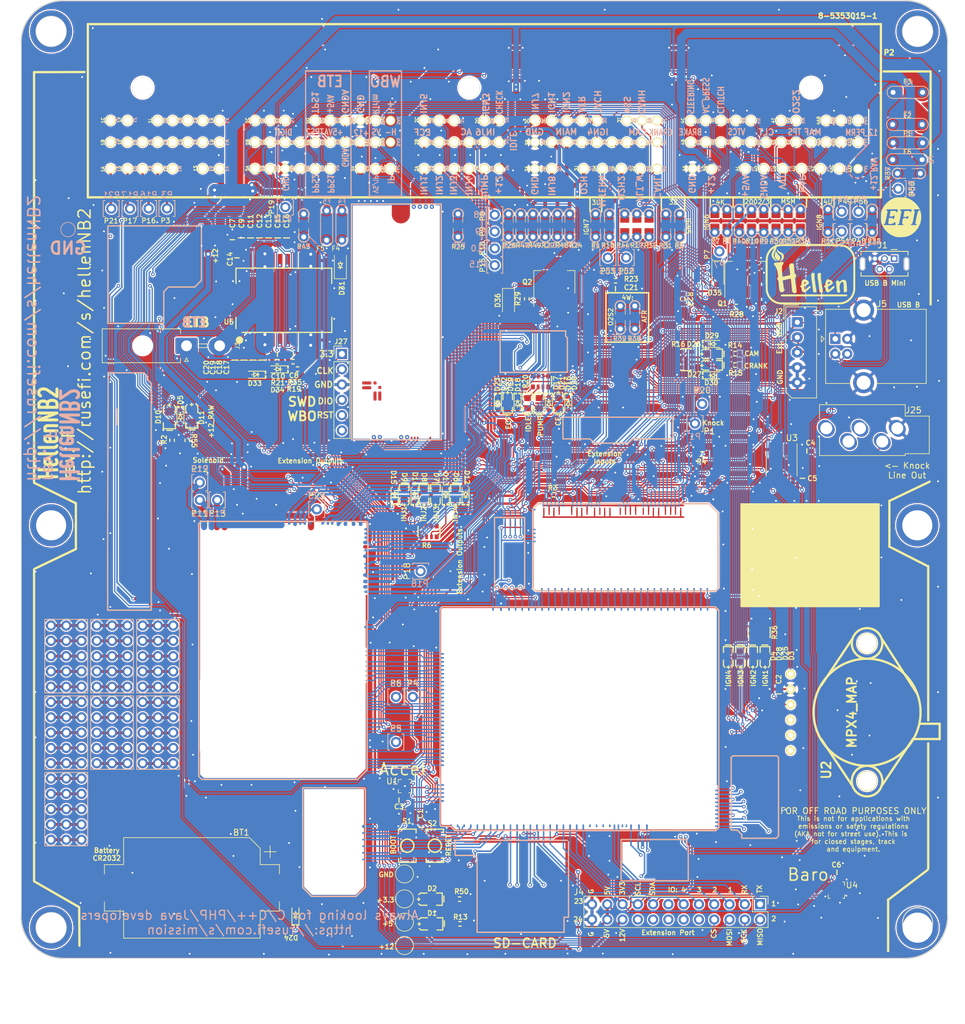
<source format=kicad_pcb>
(kicad_pcb (version 20211014) (generator pcbnew)

  (general
    (thickness 1.6)
  )

  (paper "A")
  (title_block
    (title "Hellen72_NB2")
    (date "2020-08-21")
    (rev "b")
  )

  (layers
    (0 "F.Cu" signal)
    (31 "B.Cu" signal)
    (32 "B.Adhes" user "B.Adhesive")
    (33 "F.Adhes" user "F.Adhesive")
    (34 "B.Paste" user)
    (35 "F.Paste" user)
    (36 "B.SilkS" user "B.Silkscreen")
    (37 "F.SilkS" user "F.Silkscreen")
    (38 "B.Mask" user)
    (39 "F.Mask" user)
    (40 "Dwgs.User" user "User.Drawings")
    (41 "Cmts.User" user "User.Comments")
    (42 "Eco1.User" user "User.Eco1")
    (43 "Eco2.User" user "User.Eco2")
    (44 "Edge.Cuts" user)
    (45 "Margin" user)
    (46 "B.CrtYd" user "B.Courtyard")
    (47 "F.CrtYd" user "F.Courtyard")
    (48 "B.Fab" user)
    (49 "F.Fab" user)
  )

  (setup
    (stackup
      (layer "F.SilkS" (type "Top Silk Screen"))
      (layer "F.Paste" (type "Top Solder Paste"))
      (layer "F.Mask" (type "Top Solder Mask") (color "Green") (thickness 0.01))
      (layer "F.Cu" (type "copper") (thickness 0.035))
      (layer "dielectric 1" (type "core") (thickness 1.51) (material "FR4") (epsilon_r 4.5) (loss_tangent 0.02))
      (layer "B.Cu" (type "copper") (thickness 0.035))
      (layer "B.Mask" (type "Bottom Solder Mask") (color "Green") (thickness 0.01))
      (layer "B.Paste" (type "Bottom Solder Paste"))
      (layer "B.SilkS" (type "Bottom Silk Screen"))
      (copper_finish "None")
      (dielectric_constraints no)
    )
    (pad_to_mask_clearance 0)
    (aux_axis_origin 21.09832 170.70534)
    (pcbplotparams
      (layerselection 0x00310f8_ffffffff)
      (disableapertmacros true)
      (usegerberextensions true)
      (usegerberattributes false)
      (usegerberadvancedattributes true)
      (creategerberjobfile false)
      (svguseinch false)
      (svgprecision 6)
      (excludeedgelayer true)
      (plotframeref false)
      (viasonmask false)
      (mode 1)
      (useauxorigin true)
      (hpglpennumber 1)
      (hpglpenspeed 20)
      (hpglpendiameter 15.000000)
      (dxfpolygonmode true)
      (dxfimperialunits true)
      (dxfusepcbnewfont true)
      (psnegative false)
      (psa4output false)
      (plotreference true)
      (plotvalue false)
      (plotinvisibletext false)
      (sketchpadsonfab false)
      (subtractmaskfromsilk false)
      (outputformat 1)
      (mirror false)
      (drillshape 0)
      (scaleselection 1)
      (outputdirectory "gerber/")
    )
  )

  (net 0 "")
  (net 1 "GND")
  (net 2 "/IN_CRANK")
  (net 3 "+12V")
  (net 4 "Net-(D1-Pad2)")
  (net 5 "/IN_VIGN")
  (net 6 "/OUT_INJ7")
  (net 7 "/OUT_INJ6")
  (net 8 "/OUT_INJ5")
  (net 9 "/4AF")
  (net 10 "Net-(D2-Pad2)")
  (net 11 "GNDA")
  (net 12 "unconnected-(J17-Pad1)")
  (net 13 "/IN_AC_PRESSURE")
  (net 14 "/IN_VTCS")
  (net 15 "Net-(D3-Pad2)")
  (net 16 "Net-(D4-Pad2)")
  (net 17 "/CANIST")
  (net 18 "/NRESET")
  (net 19 "unconnected-(J1-Pad4)")
  (net 20 "Net-(D12-Pad1)")
  (net 21 "/VBUS")
  (net 22 "/SD_MISO")
  (net 23 "/SD_SCK")
  (net 24 "/SD_MOSI")
  (net 25 "/SD_CS")
  (net 26 "unconnected-(J4-Pad18)")
  (net 27 "Net-(D13-Pad1)")
  (net 28 "unconnected-(J4-Pad16)")
  (net 29 "Net-(D14-Pad1)")
  (net 30 "unconnected-(J4-Pad14)")
  (net 31 "unconnected-(J4-Pad13)")
  (net 32 "unconnected-(J4-Pad12)")
  (net 33 "Net-(D15-Pad1)")
  (net 34 "/EXT_IO4")
  (net 35 "unconnected-(J4-Pad10)")
  (net 36 "/EXT_IO3")
  (net 37 "/EXT_SPI_CS2")
  (net 38 "/EXT_IO2")
  (net 39 "/EXT_SPI_MOSI")
  (net 40 "/EXT_IO1")
  (net 41 "/EXT_SPI_SCK")
  (net 42 "/UART_EXT_TX")
  (net 43 "/EXT_SPI_MISO")
  (net 44 "/UART_EXT_RX")
  (net 45 "Net-(D11-Pad2)")
  (net 46 "Net-(D16-Pad1)")
  (net 47 "Net-(D17-Pad1)")
  (net 48 "+5VA")
  (net 49 "Net-(D19-Pad1)")
  (net 50 "/EXT_I2C_SDA")
  (net 51 "/EXT_I2C_SCL")
  (net 52 "/PPS")
  (net 53 "Net-(D25-Pad2)")
  (net 54 "/RES3")
  (net 55 "/CAM")
  (net 56 "/INJ3")
  (net 57 "/INJ4")
  (net 58 "/SENS3")
  (net 59 "/SENS1")
  (net 60 "/IN_SENS2")
  (net 61 "/IN_SENS3")
  (net 62 "/IN_KNOCK")
  (net 63 "/IN_TPS")
  (net 64 "unconnected-(M1-PadS14)")
  (net 65 "/IN_RES3")
  (net 66 "/IN_PPS")
  (net 67 "/MAIN")
  (net 68 "/LOW7_HIGH1")
  (net 69 "/O2H")
  (net 70 "/IN_TPS2")
  (net 71 "/VREF2")
  (net 72 "/O2H2")
  (net 73 "/ALTERN")
  (net 74 "/INJ5")
  (net 75 "/ETB_EN")
  (net 76 "/IN_VSS")
  (net 77 "/+ETB")
  (net 78 "/SOLENOID_B2")
  (net 79 "/IDLE")
  (net 80 "/IO4")
  (net 81 "/INJ7")
  (net 82 "/IO12")
  (net 83 "/IO13")
  (net 84 "/INJ1")
  (net 85 "/INJ2")
  (net 86 "/TACH")
  (net 87 "/CRANK")
  (net 88 "/VSS")
  (net 89 "Net-(D28-Pad2)")
  (net 90 "unconnected-(M3-PadN4)")
  (net 91 "unconnected-(M3-PadN5)")
  (net 92 "/CLT")
  (net 93 "/IAT")
  (net 94 "/MAP2")
  (net 95 "/USB+")
  (net 96 "/USB-")
  (net 97 "/OUT_SOLENOID_A1")
  (net 98 "/OUT_SOLENOID_A2")
  (net 99 "/OUT_SOLENOID_B1")
  (net 100 "/OUT_SOLENOID_B2")
  (net 101 "+12V_PROT")
  (net 102 "/OUT_HIGH2")
  (net 103 "/OUT_CANIST")
  (net 104 "unconnected-(M1-PadE4)")
  (net 105 "unconnected-(M1-PadE3)")
  (net 106 "+5V")
  (net 107 "/OUT_HIGH1")
  (net 108 "/IGN1")
  (net 109 "/IGN2")
  (net 110 "/IGN3")
  (net 111 "/IGN4")
  (net 112 "/IGN5")
  (net 113 "/IGN6")
  (net 114 "/IGN7")
  (net 115 "/IGN8")
  (net 116 "/OUT_LOW7_PULLUP")
  (net 117 "/OUT_IGN3")
  (net 118 "/OUT_IGN4")
  (net 119 "/OUT_IGN5")
  (net 120 "/OUT_IGN6")
  (net 121 "/OUT_IGN7")
  (net 122 "/OUT_IGN8")
  (net 123 "Net-(M5-PadW6)")
  (net 124 "unconnected-(J27-Pad6)")
  (net 125 "unconnected-(M12-PadJ1)")
  (net 126 "unconnected-(M12-PadJ_GND1)")
  (net 127 "/VIGN")
  (net 128 "/D4")
  (net 129 "/D3")
  (net 130 "unconnected-(M3-PadN32)")
  (net 131 "/BOOT0")
  (net 132 "/IN_KNOCK_RAW")
  (net 133 "/WBO_Vs")
  (net 134 "/WBO_Vs{slash}Ip")
  (net 135 "/WBO_Ip")
  (net 136 "/WBO_R_Trim")
  (net 137 "/OUT_IGN1")
  (net 138 "/OUT_IGN2")
  (net 139 "/VBAT")
  (net 140 "+3V3")
  (net 141 "/OUT_INJ2")
  (net 142 "/OUT_INJ1")
  (net 143 "unconnected-(M3-PadN11)")
  (net 144 "unconnected-(M3-PadN10)")
  (net 145 "unconnected-(M3-PadN9)")
  (net 146 "unconnected-(M3-PadN8)")
  (net 147 "/OUT_IDLE")
  (net 148 "/CAN_TX")
  (net 149 "/CAN_RX")
  (net 150 "/CAN_VIO")
  (net 151 "/IN_CAM")
  (net 152 "/CE")
  (net 153 "/TPS2")
  (net 154 "/IN_CLT")
  (net 155 "/IN_IAT")
  (net 156 "/IN_CLUTCH")
  (net 157 "/-ETB")
  (net 158 "/PUMP")
  (net 159 "/IN_D4")
  (net 160 "/OUT_MAIN_RELAY")
  (net 161 "/OUT_INJ4")
  (net 162 "/OUT_TACH")
  (net 163 "/OUT_INJ3")
  (net 164 "Net-(D18-Pad1)")
  (net 165 "/CLUTCH")
  (net 166 "/MAP3")
  (net 167 "/TPS")
  (net 168 "/SENS4")
  (net 169 "/KNOCK")
  (net 170 "/SENS2")
  (net 171 "unconnected-(U1-Pad5)")
  (net 172 "/IN_MAP3")
  (net 173 "unconnected-(U2-Pad6)")
  (net 174 "unconnected-(U2-Pad5)")
  (net 175 "unconnected-(U2-Pad4)")
  (net 176 "/AC_SW")
  (net 177 "unconnected-(J11-Pad1)")
  (net 178 "unconnected-(J13-Pad1)")
  (net 179 "unconnected-(J14-Pad1)")
  (net 180 "unconnected-(J15-Pad1)")
  (net 181 "unconnected-(J16-Pad1)")
  (net 182 "+5V_IGN")
  (net 183 "+3V3_IGN")
  (net 184 "+12V_RAW")
  (net 185 "+12V_PERM")
  (net 186 "/CAN-")
  (net 187 "/CAN+")
  (net 188 "Net-(D26-Pad2)")
  (net 189 "Net-(D26-Pad1)")
  (net 190 "Net-(D27-Pad2)")
  (net 191 "Net-(D27-Pad1)")
  (net 192 "unconnected-(M1-PadJ17)")
  (net 193 "unconnected-(R16-Pad5)")
  (net 194 "unconnected-(R16-Pad4)")
  (net 195 "unconnected-(R16-Pad8)")
  (net 196 "unconnected-(R16-Pad1)")
  (net 197 "Net-(D10-Pad2)")
  (net 198 "unconnected-(M5-PadW36)")
  (net 199 "/OUT_ECF_RELAY")
  (net 200 "/3S")
  (net 201 "/4K")
  (net 202 "/3H")
  (net 203 "/3J")
  (net 204 "/OUT_PUMP_RELAY")
  (net 205 "/3X")
  (net 206 "/3Z")
  (net 207 "Net-(G4-Pad10)")
  (net 208 "Net-(G4-Pad14)")
  (net 209 "Net-(G4-Pad13)")
  (net 210 "Net-(G4-Pad12)")
  (net 211 "/2C")
  (net 212 "Net-(G5-Pad10)")
  (net 213 "Net-(G5-Pad14)")
  (net 214 "Net-(G5-Pad13)")
  (net 215 "Net-(G5-Pad12)")
  (net 216 "Net-(G5-Pad1)")
  (net 217 "Net-(G6-Pad10)")
  (net 218 "Net-(G6-Pad14)")
  (net 219 "Net-(G6-Pad13)")
  (net 220 "Net-(G6-Pad12)")
  (net 221 "Net-(G6-Pad1)")
  (net 222 "Net-(G7-Pad10)")
  (net 223 "Net-(G7-Pad14)")
  (net 224 "Net-(G7-Pad13)")
  (net 225 "Net-(G7-Pad12)")
  (net 226 "Net-(G7-Pad1)")
  (net 227 "unconnected-(M5-PadS10)")
  (net 228 "/AC_RELAY")
  (net 229 "unconnected-(M5-PadW35)")
  (net 230 "Net-(C4-Pad2)")
  (net 231 "Net-(C4-Pad1)")
  (net 232 "unconnected-(J25-PadR)")
  (net 233 "Net-(U3-Pad6)")
  (net 234 "Net-(BT1-Pad1)")
  (net 235 "unconnected-(J25-PadRN)")
  (net 236 "unconnected-(J25-PadTN)")
  (net 237 "unconnected-(U4-Pad7)")
  (net 238 "Net-(J27-Pad1)")
  (net 239 "Net-(J27-Pad2)")
  (net 240 "Net-(J27-Pad4)")
  (net 241 "Net-(J27-Pad5)")
  (net 242 "unconnected-(U1-Pad12)")
  (net 243 "unconnected-(U1-Pad11)")
  (net 244 "Net-(M3-PadN25)")
  (net 245 "Net-(M3-PadN26)")
  (net 246 "Net-(M3-PadN27)")
  (net 247 "/OUT_AC_RELAY")
  (net 248 "Net-(G4-Pad1)")
  (net 249 "unconnected-(M1-PadJ14)")
  (net 250 "/OUT_CHECK_ENGINE")
  (net 251 "Net-(M12-PadW2)")
  (net 252 "Net-(M12-PadW4)")
  (net 253 "unconnected-(M12-PadJ2)")
  (net 254 "unconnected-(M12-PadJ_GND2)")
  (net 255 "unconnected-(M12-PadJ_VCC1)")
  (net 256 "unconnected-(M12-PadJ_VCC2)")
  (net 257 "Net-(M12-PadW3)")
  (net 258 "/2F")
  (net 259 "/IN_O2S2")
  (net 260 "/IN_NEUTRAL")
  (net 261 "/IN_EGR_BOOST")
  (net 262 "/IN_BRAKE")
  (net 263 "/IN_AFR")
  (net 264 "/IN_STEERING")
  (net 265 "/OUT_O2H")
  (net 266 "/OUT_ALT_WARNING")
  (net 267 "/OUT_O2H2")
  (net 268 "/OUT_ALTERNATOR")
  (net 269 "/2I")
  (net 270 "/3C")
  (net 271 "/2N")
  (net 272 "/4AB")
  (net 273 "/4AE")
  (net 274 "/3U")
  (net 275 "/3W")
  (net 276 "/3D")
  (net 277 "/2E")
  (net 278 "unconnected-(M1-PadJ10)")
  (net 279 "/OUT_VVT")
  (net 280 "/STEERING")
  (net 281 "/AFR")
  (net 282 "/BRAKE")
  (net 283 "/EGR_BOOST")
  (net 284 "/PRESSURE")
  (net 285 "/IN_O2S3")
  (net 286 "/DIGITAL")
  (net 287 "/IN_DIGITAL")
  (net 288 "/2H")
  (net 289 "Net-(C8-Pad1)")
  (net 290 "Net-(C10-Pad1)")
  (net 291 "Net-(C10-Pad2)")
  (net 292 "Net-(C14-Pad2)")
  (net 293 "Net-(D33-Pad1)")
  (net 294 "/OUT_ETB+")
  (net 295 "/OUT_ETB-")
  (net 296 "+12V_ETB")
  (net 297 "Net-(G9-Pad12)")
  (net 298 "Net-(G9-Pad13)")
  (net 299 "Net-(G11-Pad1)")
  (net 300 "Net-(G11-Pad12)")
  (net 301 "Net-(G11-Pad13)")
  (net 302 "Net-(G11-Pad14)")
  (net 303 "Net-(G12-Pad12)")
  (net 304 "Net-(G12-Pad13)")
  (net 305 "Net-(G12-Pad14)")
  (net 306 "Net-(G12-Pad10)")
  (net 307 "Net-(G9-Pad10)")
  (net 308 "Net-(G9-Pad14)")
  (net 309 "Net-(G11-Pad10)")
  (net 310 "Net-(G12-Pad1)")
  (net 311 "Net-(G9-Pad1)")
  (net 312 "/VVT")
  (net 313 "/INJ6")
  (net 314 "/INJ8_BOOST")
  (net 315 "/EXT_SPI_CS")
  (net 316 "unconnected-(M5-PadS13)")
  (net 317 "/3Q")
  (net 318 "/4E")
  (net 319 "/4M")
  (net 320 "/4S")
  (net 321 "/4AD")
  (net 322 "/4Z")
  (net 323 "/4AC")
  (net 324 "/OUT_INJ8_BOOST")
  (net 325 "/5AE")
  (net 326 "/WBO_H-")
  (net 327 "unconnected-(P2-Pad1)")
  (net 328 "unconnected-(P2-Pad2)")
  (net 329 "unconnected-(P2-Pad3)")
  (net 330 "unconnected-(P2-Pad4)")
  (net 331 "unconnected-(P2-Pad5)")
  (net 332 "unconnected-(P2-Pad6)")
  (net 333 "unconnected-(P2-Pad7)")
  (net 334 "/5J")
  (net 335 "unconnected-(P2-Pad35)")
  (net 336 "Net-(P2-Pad39)")
  (net 337 "unconnected-(P2-Pad40)")
  (net 338 "unconnected-(P2-Pad41)")
  (net 339 "unconnected-(P2-Pad42)")
  (net 340 "unconnected-(P2-Pad43)")
  (net 341 "unconnected-(P2-Pad44)")
  (net 342 "unconnected-(P2-Pad45)")
  (net 343 "unconnected-(P2-Pad46)")
  (net 344 "unconnected-(P2-Pad47)")
  (net 345 "Net-(P2-Pad65)")
  (net 346 "unconnected-(P2-Pad89)")
  (net 347 "unconnected-(P2-Pad90)")
  (net 348 "unconnected-(P2-Pad91)")
  (net 349 "/5K")
  (net 350 "Net-(P2-Pad111)")
  (net 351 "Net-(F4-Pad1)")
  (net 352 "Net-(F5-Pad1)")
  (net 353 "/ECF_RELAY")
  (net 354 "/1A")
  (net 355 "/1D")
  (net 356 "/1G")
  (net 357 "/1J")
  (net 358 "unconnected-(M3-PadE11)")
  (net 359 "unconnected-(M5-PadW1)")
  (net 360 "unconnected-(M5-PadW29)")
  (net 361 "Net-(P2-Pad34)")
  (net 362 "Net-(P2-Pad118)")
  (net 363 "/PPS2")
  (net 364 "/IN_PPS2")
  (net 365 "Net-(F6-Pad1)")
  (net 366 "Net-(P2-Pad81)")
  (net 367 "/MAP1")
  (net 368 "/IN_MAP1")
  (net 369 "/IN_MAP2")
  (net 370 "Net-(P2-Pad36)")

  (footprint "rusefi_lib:LOGO" (layer "F.Cu") (at 167.35 47.7))

  (footprint "rusefi_lib:Off_Road_Disclaimer" (layer "F.Cu") (at 166.61096 62.518 90))

  (footprint "hellen-one-sd-0.1:sd" (layer "F.Cu") (at 93.141861 166.485307))

  (footprint "hellen-one-common:PAD-1206-PAD" (layer "F.Cu") (at 168.402 38.1 180))

  (footprint "hellen-one-knock-0.1:knock" (layer "F.Cu") (at 129.54 80.772 180))

  (footprint "hellen-one-common:PAD-0805-PAD" (layer "F.Cu") (at 138.43 48.26 90))

  (footprint "hellen-one-common:PAD-0805-PAD" (layer "F.Cu") (at 162.56 48.26 90))

  (footprint "hellen-one-common:PAD-TH" (layer "F.Cu") (at 83.4007 134.79512))

  (footprint "hellen-one-common:PAD-TH" (layer "F.Cu") (at 83.4007 127.29294))

  (footprint "hellen-one-common:R0603" (layer "F.Cu") (at 46.19832 84.69284 -90))

  (footprint "Connector_PinHeader_2.54mm:PinHeader_1x06_P2.54mm_Vertical" (layer "F.Cu") (at 74.422 70.358))

  (footprint "hellen-one-common:R0603" (layer "F.Cu") (at 134.25 86.95 180))

  (footprint "hellen-one-common:PAD-TH" (layer "F.Cu") (at 65.024 45.974))

  (footprint "TestPoint:TestPoint_Pad_D2.0mm" (layer "F.Cu") (at 84.817979 168.569299))

  (footprint "hellen-one-common:C0603" (layer "F.Cu") (at 83.909999 144.4))

  (footprint "hellen-one-common:PROTO_AREA" (layer "F.Cu") (at 41.30832 125.608018 90))

  (footprint "hellen-one-common:PAD-0805-PAD" (layer "F.Cu") (at 144.526 48.26 90))

  (footprint "hellen-one-common:PAD-TH" (layer "F.Cu") (at 99.822 52.832))

  (footprint "hellen-one-common:R0603" (layer "F.Cu") (at 63.65 71.65 180))

  (footprint "hellen-one-common:PAD-TH" (layer "F.Cu") (at 50.8 91.7))

  (footprint "hellen-one-common:PROTO_AREA" (layer "F.Cu") (at 33.68832 138.308018 90))

  (footprint "hellen-one-output-0.3:output" (layer "F.Cu") (at 78.81486 98.04862 180))

  (footprint "hellen-one-common:LED-0805" (layer "F.Cu") (at 89.30436 164.975 180))

  (footprint "hellen-one-common:PAD-0805-PAD" (layer "F.Cu") (at 110.236 49.022 90))

  (footprint "hellen-one-common:SOD-323" (layer "F.Cu") (at 83.210209 93.726 90))

  (footprint "hellen-one-common:C0603" (layer "F.Cu") (at 56.228517 51.393556 -90))

  (footprint "hellen-one-common:C0603" (layer "F.Cu") (at 87.65 148.975 -90))

  (footprint "hellen-one-common:SOD-123" (layer "F.Cu") (at 136.906 57.15 -90))

  (footprint "hellen-one-common:PAD-TH" (layer "F.Cu") (at 99.822 55.626))

  (footprint "hellen-one-common:SMD-2_2.9x3.9x1.7" (layer "F.Cu") (at 85.3 152 -90))

  (footprint "hellen-one-common:LED-0603" (layer "F.Cu") (at 93.310209 93.726 -90))

  (footprint "hellen-one-common:C0603" (layer "F.Cu") (at 151.690001 86.5 180))

  (footprint "hellen-one-common:SOD-323" (layer "F.Cu") (at 94.996 93.726 90))

  (footprint "NB2:8-5353015-1" (layer "F.Cu") (at 36 31.6))

  (footprint "hellen-one-common:SOD-323" (layer "F.Cu") (at 103.617497 78.587499 -90))

  (footprint "hellen-one-common:PAD-TH" (layer "F.Cu") (at 160.274 46.736 180))

  (footprint "hellen-one-common:PAD-TH" (layer "F.Cu") (at 121.666 54.356 180))

  (footprint "hellen-one-common:LED-0805" (layer "F.Cu") (at 49.47332 80.79284 90))

  (footprint "hellen-one-common:C0805" (layer "F.Cu") (at 61.15 71.375 -90))

  (footprint "hellen-one-common:PAD-TH" (layer "F.Cu") (at 53.7 94.6 180))

  (footprint "hellen-one-common:PAD-0805-PAD" (layer "F.Cu") (at 155.194 48.26 90))

  (footprint "hellen-one-common:R0603-4" (layer "F.Cu") (at 88.9 99.822 -90))

  (footprint "TestPoint:TestPoint_Pad_D2.0mm" (layer "F.C
... [4684806 chars truncated]
</source>
